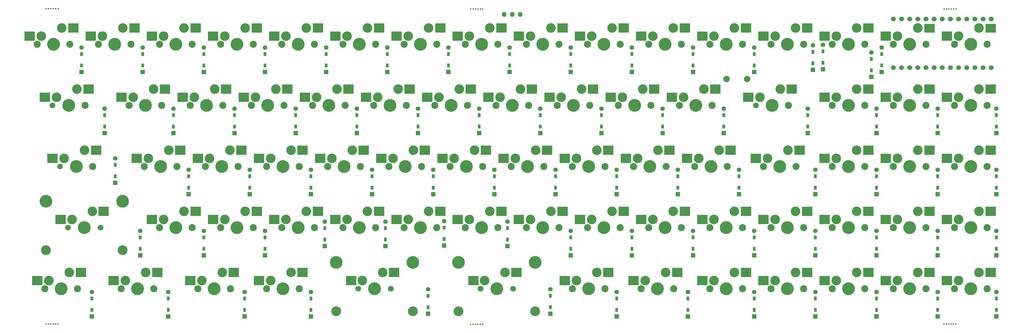
<source format=gbs>
G04 #@! TF.GenerationSoftware,KiCad,Pcbnew,(5.1.10-1-10_14)*
G04 #@! TF.CreationDate,2021-12-29T22:31:36+09:00*
G04 #@! TF.ProjectId,9674GL,39363734-474c-42e6-9b69-6361645f7063,rev?*
G04 #@! TF.SameCoordinates,Original*
G04 #@! TF.FileFunction,Soldermask,Bot*
G04 #@! TF.FilePolarity,Negative*
%FSLAX46Y46*%
G04 Gerber Fmt 4.6, Leading zero omitted, Abs format (unit mm)*
G04 Created by KiCad (PCBNEW (5.1.10-1-10_14)) date 2021-12-29 22:31:36*
%MOMM*%
%LPD*%
G01*
G04 APERTURE LIST*
%ADD10C,1.397000*%
%ADD11R,1.397000X1.397000*%
%ADD12R,0.950000X1.300000*%
%ADD13C,0.500000*%
%ADD14R,3.300000X3.000000*%
%ADD15C,2.200000*%
%ADD16C,4.000000*%
%ADD17C,3.000000*%
%ADD18C,1.800000*%
%ADD19C,3.048000*%
%ADD20C,3.987800*%
%ADD21R,3.300000X2.800000*%
%ADD22O,1.500000X1.500000*%
%ADD23C,1.524000*%
%ADD24C,2.000000*%
G04 APERTURE END LIST*
D10*
X64293750Y-105727500D03*
D11*
X64293750Y-113347500D03*
D12*
X64293750Y-111312500D03*
X64293750Y-107762500D03*
D10*
X37306250Y-29527500D03*
D11*
X37306250Y-37147500D03*
D12*
X37306250Y-35112500D03*
X37306250Y-31562500D03*
D10*
X322262500Y-105727500D03*
D11*
X322262500Y-113347500D03*
D12*
X322262500Y-111312500D03*
X322262500Y-107762500D03*
D10*
X322262500Y-86677500D03*
D11*
X322262500Y-94297500D03*
D12*
X322262500Y-92262500D03*
X322262500Y-88712500D03*
D10*
X322262500Y-67627500D03*
D11*
X322262500Y-75247500D03*
D12*
X322262500Y-73212500D03*
X322262500Y-69662500D03*
D10*
X322262500Y-48577500D03*
D11*
X322262500Y-56197500D03*
D12*
X322262500Y-54162500D03*
X322262500Y-50612500D03*
D10*
X283368750Y-31115000D03*
D11*
X283368750Y-38735000D03*
D12*
X283368750Y-36700000D03*
X283368750Y-33150000D03*
D10*
X304006250Y-105727500D03*
D11*
X304006250Y-113347500D03*
D12*
X304006250Y-111312500D03*
X304006250Y-107762500D03*
D10*
X304006250Y-86677500D03*
D11*
X304006250Y-94297500D03*
D12*
X304006250Y-92262500D03*
X304006250Y-88712500D03*
D10*
X304006250Y-67627500D03*
D11*
X304006250Y-75247500D03*
D12*
X304006250Y-73212500D03*
X304006250Y-69662500D03*
D10*
X304006250Y-48577500D03*
D11*
X304006250Y-56197500D03*
D12*
X304006250Y-54162500D03*
X304006250Y-50612500D03*
D10*
X286543750Y-29527500D03*
D11*
X286543750Y-37147500D03*
D12*
X286543750Y-35112500D03*
X286543750Y-31562500D03*
D10*
X284956250Y-105727500D03*
D11*
X284956250Y-113347500D03*
D12*
X284956250Y-111312500D03*
X284956250Y-107762500D03*
D10*
X284956250Y-86677500D03*
D11*
X284956250Y-94297500D03*
D12*
X284956250Y-92262500D03*
X284956250Y-88712500D03*
D10*
X284956250Y-67627500D03*
D11*
X284956250Y-75247500D03*
D12*
X284956250Y-73212500D03*
X284956250Y-69662500D03*
D10*
X284956250Y-48577500D03*
D11*
X284956250Y-56197500D03*
D12*
X284956250Y-54162500D03*
X284956250Y-50612500D03*
D10*
X268287500Y-28733750D03*
D11*
X268287500Y-36353750D03*
D12*
X268287500Y-34318750D03*
X268287500Y-30768750D03*
D10*
X265906250Y-105727500D03*
D11*
X265906250Y-113347500D03*
D12*
X265906250Y-111312500D03*
X265906250Y-107762500D03*
D10*
X265906250Y-86677500D03*
D11*
X265906250Y-94297500D03*
D12*
X265906250Y-92262500D03*
X265906250Y-88712500D03*
D10*
X265906250Y-67627500D03*
D11*
X265906250Y-75247500D03*
D12*
X265906250Y-73212500D03*
X265906250Y-69662500D03*
D10*
X263525000Y-48577500D03*
D11*
X263525000Y-56197500D03*
D12*
X263525000Y-54162500D03*
X263525000Y-50612500D03*
D10*
X265112500Y-28921250D03*
D11*
X265112500Y-36541250D03*
D12*
X265112500Y-34506250D03*
X265112500Y-30956250D03*
D10*
X246856250Y-105727500D03*
D11*
X246856250Y-113347500D03*
D12*
X246856250Y-111312500D03*
X246856250Y-107762500D03*
D10*
X246856250Y-86677500D03*
D11*
X246856250Y-94297500D03*
D12*
X246856250Y-92262500D03*
X246856250Y-88712500D03*
D10*
X242093750Y-67627500D03*
D11*
X242093750Y-75247500D03*
D12*
X242093750Y-73212500D03*
X242093750Y-69662500D03*
D10*
X237331250Y-48577500D03*
D11*
X237331250Y-56197500D03*
D12*
X237331250Y-54162500D03*
X237331250Y-50612500D03*
D10*
X246856250Y-29527500D03*
D11*
X246856250Y-37147500D03*
D12*
X246856250Y-35112500D03*
X246856250Y-31562500D03*
D10*
X226218750Y-105727500D03*
D11*
X226218750Y-113347500D03*
D12*
X226218750Y-111312500D03*
X226218750Y-107762500D03*
D10*
X227806250Y-86677500D03*
D11*
X227806250Y-94297500D03*
D12*
X227806250Y-92262500D03*
X227806250Y-88712500D03*
D10*
X223043750Y-67627500D03*
D11*
X223043750Y-75247500D03*
D12*
X223043750Y-73212500D03*
X223043750Y-69662500D03*
D10*
X218281250Y-48577500D03*
D11*
X218281250Y-56197500D03*
D12*
X218281250Y-54162500D03*
X218281250Y-50612500D03*
D10*
X227806250Y-29527500D03*
D11*
X227806250Y-37147500D03*
D12*
X227806250Y-35112500D03*
X227806250Y-31562500D03*
D10*
X203993750Y-105727500D03*
D11*
X203993750Y-113347500D03*
D12*
X203993750Y-111312500D03*
X203993750Y-107762500D03*
D10*
X208756250Y-86677500D03*
D11*
X208756250Y-94297500D03*
D12*
X208756250Y-92262500D03*
X208756250Y-88712500D03*
D10*
X203993750Y-67627500D03*
D11*
X203993750Y-75247500D03*
D12*
X203993750Y-73212500D03*
X203993750Y-69662500D03*
D10*
X199231250Y-48577500D03*
D11*
X199231250Y-56197500D03*
D12*
X199231250Y-54162500D03*
X199231250Y-50612500D03*
D10*
X208756250Y-29527500D03*
D11*
X208756250Y-37147500D03*
D12*
X208756250Y-35112500D03*
X208756250Y-31562500D03*
D10*
X189706250Y-86677500D03*
D11*
X189706250Y-94297500D03*
D12*
X189706250Y-92262500D03*
X189706250Y-88712500D03*
D10*
X184943750Y-67627500D03*
D11*
X184943750Y-75247500D03*
D12*
X184943750Y-73212500D03*
X184943750Y-69662500D03*
D10*
X180181250Y-48577500D03*
D11*
X180181250Y-56197500D03*
D12*
X180181250Y-54162500D03*
X180181250Y-50612500D03*
D10*
X189706250Y-29527500D03*
D11*
X189706250Y-37147500D03*
D12*
X189706250Y-35112500D03*
X189706250Y-31562500D03*
D10*
X183356250Y-104933750D03*
D11*
X183356250Y-112553750D03*
D12*
X183356250Y-110518750D03*
X183356250Y-106968750D03*
D10*
X169926000Y-83820000D03*
D11*
X169926000Y-91440000D03*
D12*
X169926000Y-89405000D03*
X169926000Y-85855000D03*
D10*
X165893750Y-67627500D03*
D11*
X165893750Y-75247500D03*
D12*
X165893750Y-73212500D03*
X165893750Y-69662500D03*
D10*
X161131250Y-48577500D03*
D11*
X161131250Y-56197500D03*
D12*
X161131250Y-54162500D03*
X161131250Y-50612500D03*
D10*
X170656250Y-29527500D03*
D11*
X170656250Y-37147500D03*
D12*
X170656250Y-35112500D03*
X170656250Y-31562500D03*
D10*
X150241000Y-83693000D03*
D11*
X150241000Y-91313000D03*
D12*
X150241000Y-89278000D03*
X150241000Y-85728000D03*
D10*
X146843750Y-67627500D03*
D11*
X146843750Y-75247500D03*
D12*
X146843750Y-73212500D03*
X146843750Y-69662500D03*
D10*
X142081250Y-48577500D03*
D11*
X142081250Y-56197500D03*
D12*
X142081250Y-54162500D03*
X142081250Y-50612500D03*
D10*
X151606250Y-29527500D03*
D11*
X151606250Y-37147500D03*
D12*
X151606250Y-35112500D03*
X151606250Y-31562500D03*
D10*
X132556250Y-29527500D03*
D11*
X132556250Y-37147500D03*
D12*
X132556250Y-35112500D03*
X132556250Y-31562500D03*
D10*
X145256250Y-104933750D03*
D11*
X145256250Y-112553750D03*
D12*
X145256250Y-110518750D03*
X145256250Y-106968750D03*
D10*
X131953000Y-83820000D03*
D11*
X131953000Y-91440000D03*
D12*
X131953000Y-89405000D03*
X131953000Y-85855000D03*
D10*
X127793750Y-67627500D03*
D11*
X127793750Y-75247500D03*
D12*
X127793750Y-73212500D03*
X127793750Y-69662500D03*
D10*
X123031250Y-48577500D03*
D11*
X123031250Y-56197500D03*
D12*
X123031250Y-54162500D03*
X123031250Y-50612500D03*
D10*
X113506250Y-29527500D03*
D11*
X113506250Y-37147500D03*
D12*
X113506250Y-35112500D03*
X113506250Y-31562500D03*
D10*
X108743750Y-105727500D03*
D11*
X108743750Y-113347500D03*
D12*
X108743750Y-111312500D03*
X108743750Y-107762500D03*
D10*
X113030000Y-83820000D03*
D11*
X113030000Y-91440000D03*
D12*
X113030000Y-89405000D03*
X113030000Y-85855000D03*
D10*
X108743750Y-67627500D03*
D11*
X108743750Y-75247500D03*
D12*
X108743750Y-73212500D03*
X108743750Y-69662500D03*
D10*
X103981250Y-48577500D03*
D11*
X103981250Y-56197500D03*
D12*
X103981250Y-54162500D03*
X103981250Y-50612500D03*
D10*
X94456250Y-29527500D03*
D11*
X94456250Y-37147500D03*
D12*
X94456250Y-35112500D03*
X94456250Y-31562500D03*
D10*
X88106250Y-105727500D03*
D11*
X88106250Y-113347500D03*
D12*
X88106250Y-111312500D03*
X88106250Y-107762500D03*
D10*
X94456250Y-86677500D03*
D11*
X94456250Y-94297500D03*
D12*
X94456250Y-92262500D03*
X94456250Y-88712500D03*
D10*
X89693750Y-67627500D03*
D11*
X89693750Y-75247500D03*
D12*
X89693750Y-73212500D03*
X89693750Y-69662500D03*
D10*
X84931250Y-48577500D03*
D11*
X84931250Y-56197500D03*
D12*
X84931250Y-54162500D03*
X84931250Y-50612500D03*
D10*
X75406250Y-29527500D03*
D11*
X75406250Y-37147500D03*
D12*
X75406250Y-35112500D03*
X75406250Y-31562500D03*
D10*
X75406250Y-86677500D03*
D11*
X75406250Y-94297500D03*
D12*
X75406250Y-92262500D03*
X75406250Y-88712500D03*
D10*
X70643750Y-67627500D03*
D11*
X70643750Y-75247500D03*
D12*
X70643750Y-73212500D03*
X70643750Y-69662500D03*
D10*
X65881250Y-48577500D03*
D11*
X65881250Y-56197500D03*
D12*
X65881250Y-54162500D03*
X65881250Y-50612500D03*
D10*
X56356250Y-29527500D03*
D11*
X56356250Y-37147500D03*
D12*
X56356250Y-35112500D03*
X56356250Y-31562500D03*
D10*
X40481250Y-105727500D03*
D11*
X40481250Y-113347500D03*
D12*
X40481250Y-111312500D03*
X40481250Y-107762500D03*
D10*
X55562500Y-86677500D03*
D11*
X55562500Y-94297500D03*
D12*
X55562500Y-92262500D03*
X55562500Y-88712500D03*
D10*
X47752000Y-64135000D03*
D11*
X47752000Y-71755000D03*
D12*
X47752000Y-69720000D03*
X47752000Y-66170000D03*
D10*
X44450000Y-48577500D03*
D11*
X44450000Y-56197500D03*
D12*
X44450000Y-54162500D03*
X44450000Y-50612500D03*
D13*
X309684500Y-115760500D03*
X305934500Y-115760500D03*
X306684500Y-115760500D03*
X308934500Y-115760500D03*
X308184500Y-115760500D03*
X307434500Y-115760500D03*
X162237500Y-115824000D03*
X158487500Y-115824000D03*
X159237500Y-115824000D03*
X161487500Y-115824000D03*
X160737500Y-115824000D03*
X159987500Y-115824000D03*
X29941600Y-115773200D03*
X26191600Y-115773200D03*
X26941600Y-115773200D03*
X29191600Y-115773200D03*
X28441600Y-115773200D03*
X27691600Y-115773200D03*
X160044000Y-17526000D03*
X160794000Y-17526000D03*
X161544000Y-17526000D03*
X159294000Y-17526000D03*
X158544000Y-17526000D03*
X162294000Y-17526000D03*
X307498000Y-17526000D03*
X308248000Y-17526000D03*
X308998000Y-17526000D03*
X306748000Y-17526000D03*
X305998000Y-17526000D03*
X309748000Y-17526000D03*
X29975500Y-17462500D03*
X26225500Y-17462500D03*
X26975500Y-17462500D03*
X29225500Y-17462500D03*
X28475500Y-17462500D03*
X27725500Y-17462500D03*
D14*
X168075000Y-80605000D03*
D15*
X156845000Y-85725000D03*
X167005000Y-85725000D03*
D16*
X161925000Y-85725000D03*
D17*
X164465000Y-80645000D03*
X158115000Y-83185000D03*
D14*
X154475000Y-83145000D03*
X60918750Y-99655000D03*
D15*
X49688750Y-104775000D03*
X59848750Y-104775000D03*
D16*
X54768750Y-104775000D03*
D17*
X57308750Y-99695000D03*
X50958750Y-102235000D03*
D14*
X47318750Y-102195000D03*
X28268750Y-64095000D03*
D17*
X31908750Y-64135000D03*
X38258750Y-61595000D03*
D16*
X35718750Y-66675000D03*
D15*
X40798750Y-66675000D03*
D18*
X30638750Y-66675000D03*
D14*
X41868750Y-61555000D03*
X301425000Y-42505000D03*
D15*
X290195000Y-47625000D03*
X300355000Y-47625000D03*
D16*
X295275000Y-47625000D03*
D17*
X297815000Y-42545000D03*
X291465000Y-45085000D03*
D14*
X287825000Y-45045000D03*
X44150000Y-80645000D03*
D17*
X34290000Y-83185000D03*
D18*
X33020000Y-85725000D03*
X43180000Y-85725000D03*
D16*
X38100000Y-85725000D03*
D17*
X40640000Y-80645000D03*
D14*
X30750000Y-83185000D03*
D19*
X50038000Y-92710000D03*
X26162000Y-92710000D03*
D20*
X26162000Y-77470000D03*
X50038000Y-77470000D03*
D14*
X172737500Y-99695000D03*
D17*
X162877500Y-102235000D03*
D18*
X161607500Y-104775000D03*
X171767500Y-104775000D03*
D16*
X166687500Y-104775000D03*
D17*
X169227500Y-99695000D03*
D14*
X159337500Y-102235000D03*
D19*
X178625500Y-111760000D03*
X154749500Y-111760000D03*
D20*
X154749500Y-96520000D03*
X178625500Y-96520000D03*
D14*
X134637500Y-99695000D03*
D17*
X124777500Y-102235000D03*
D18*
X123507500Y-104775000D03*
X133667500Y-104775000D03*
D16*
X128587500Y-104775000D03*
D17*
X131127500Y-99695000D03*
D14*
X121237500Y-102235000D03*
D19*
X140525500Y-111760000D03*
X116649500Y-111760000D03*
D20*
X116649500Y-96520000D03*
X140525500Y-96520000D03*
D14*
X287825000Y-25995000D03*
D17*
X291465000Y-26035000D03*
X297815000Y-23495000D03*
D16*
X295275000Y-28575000D03*
D15*
X300355000Y-28575000D03*
X290195000Y-28575000D03*
D21*
X301425000Y-23555000D03*
D14*
X306875000Y-25995000D03*
D17*
X310515000Y-26035000D03*
X316865000Y-23495000D03*
D16*
X314325000Y-28575000D03*
D15*
X319405000Y-28575000D03*
X309245000Y-28575000D03*
D21*
X320475000Y-23555000D03*
D22*
X173950000Y-19227000D03*
X171450000Y-19227000D03*
X168950000Y-19227000D03*
D14*
X320475000Y-80605000D03*
D15*
X309245000Y-85725000D03*
X319405000Y-85725000D03*
D16*
X314325000Y-85725000D03*
D17*
X316865000Y-80645000D03*
X310515000Y-83185000D03*
D14*
X306875000Y-83145000D03*
X282375000Y-23455000D03*
D15*
X271145000Y-28575000D03*
X281305000Y-28575000D03*
D16*
X276225000Y-28575000D03*
D17*
X278765000Y-23495000D03*
X272415000Y-26035000D03*
D14*
X268775000Y-25995000D03*
D23*
X290163250Y-20637500D03*
X290163250Y-35857500D03*
X292703250Y-35857500D03*
X295243250Y-35857500D03*
X297783250Y-35857500D03*
X300323250Y-35857500D03*
X302863250Y-35857500D03*
X305403250Y-35857500D03*
X307943250Y-35857500D03*
X310483250Y-35857500D03*
X313023250Y-35857500D03*
X315563250Y-35857500D03*
X318103250Y-35857500D03*
X320643250Y-35857500D03*
X320643250Y-20637500D03*
X318103250Y-20637500D03*
X315563250Y-20637500D03*
X313023250Y-20637500D03*
X310483250Y-20637500D03*
X307943250Y-20637500D03*
X305403250Y-20637500D03*
X302863250Y-20637500D03*
X300323250Y-20637500D03*
X297783250Y-20637500D03*
X295243250Y-20637500D03*
X292703250Y-20637500D03*
D14*
X84731250Y-99655000D03*
D15*
X73501250Y-104775000D03*
X83661250Y-104775000D03*
D16*
X78581250Y-104775000D03*
D17*
X81121250Y-99695000D03*
X74771250Y-102235000D03*
D14*
X71131250Y-102195000D03*
D24*
X244677000Y-39370000D03*
X238177000Y-39370000D03*
D14*
X320475000Y-99655000D03*
D15*
X309245000Y-104775000D03*
X319405000Y-104775000D03*
D16*
X314325000Y-104775000D03*
D17*
X316865000Y-99695000D03*
X310515000Y-102235000D03*
D14*
X306875000Y-102195000D03*
X320475000Y-61555000D03*
D15*
X309245000Y-66675000D03*
X319405000Y-66675000D03*
D16*
X314325000Y-66675000D03*
D17*
X316865000Y-61595000D03*
X310515000Y-64135000D03*
D14*
X306875000Y-64095000D03*
X320475000Y-42505000D03*
D15*
X309245000Y-47625000D03*
X319405000Y-47625000D03*
D16*
X314325000Y-47625000D03*
D17*
X316865000Y-42545000D03*
X310515000Y-45085000D03*
D14*
X306875000Y-45045000D03*
X301425000Y-99655000D03*
D15*
X290195000Y-104775000D03*
X300355000Y-104775000D03*
D16*
X295275000Y-104775000D03*
D17*
X297815000Y-99695000D03*
X291465000Y-102235000D03*
D14*
X287825000Y-102195000D03*
X301425000Y-80605000D03*
D15*
X290195000Y-85725000D03*
X300355000Y-85725000D03*
D16*
X295275000Y-85725000D03*
D17*
X297815000Y-80645000D03*
X291465000Y-83185000D03*
D14*
X287825000Y-83145000D03*
X301425000Y-61555000D03*
D15*
X290195000Y-66675000D03*
X300355000Y-66675000D03*
D16*
X295275000Y-66675000D03*
D17*
X297815000Y-61595000D03*
X291465000Y-64135000D03*
D14*
X287825000Y-64095000D03*
X282375000Y-99655000D03*
D15*
X271145000Y-104775000D03*
X281305000Y-104775000D03*
D16*
X276225000Y-104775000D03*
D17*
X278765000Y-99695000D03*
X272415000Y-102235000D03*
D14*
X268775000Y-102195000D03*
X282375000Y-80605000D03*
D15*
X271145000Y-85725000D03*
X281305000Y-85725000D03*
D16*
X276225000Y-85725000D03*
D17*
X278765000Y-80645000D03*
X272415000Y-83185000D03*
D14*
X268775000Y-83145000D03*
X282375000Y-61555000D03*
D15*
X271145000Y-66675000D03*
X281305000Y-66675000D03*
D16*
X276225000Y-66675000D03*
D17*
X278765000Y-61595000D03*
X272415000Y-64135000D03*
D14*
X268775000Y-64095000D03*
X282375000Y-42505000D03*
D15*
X271145000Y-47625000D03*
X281305000Y-47625000D03*
D16*
X276225000Y-47625000D03*
D17*
X278765000Y-42545000D03*
X272415000Y-45085000D03*
D14*
X268775000Y-45045000D03*
X263325000Y-99655000D03*
D15*
X252095000Y-104775000D03*
X262255000Y-104775000D03*
D16*
X257175000Y-104775000D03*
D17*
X259715000Y-99695000D03*
X253365000Y-102235000D03*
D14*
X249725000Y-102195000D03*
X263325000Y-80605000D03*
D15*
X252095000Y-85725000D03*
X262255000Y-85725000D03*
D16*
X257175000Y-85725000D03*
D17*
X259715000Y-80645000D03*
X253365000Y-83185000D03*
D14*
X249725000Y-83145000D03*
X260943750Y-61555000D03*
D15*
X249713750Y-66675000D03*
X259873750Y-66675000D03*
D16*
X254793750Y-66675000D03*
D17*
X257333750Y-61595000D03*
X250983750Y-64135000D03*
D14*
X247343750Y-64095000D03*
X244962500Y-45045000D03*
D17*
X248602500Y-45085000D03*
X254952500Y-42545000D03*
D16*
X252412500Y-47625000D03*
D15*
X257492500Y-47625000D03*
D18*
X247332500Y-47625000D03*
D14*
X258562500Y-42505000D03*
X263325000Y-23455000D03*
D15*
X252095000Y-28575000D03*
X262255000Y-28575000D03*
D16*
X257175000Y-28575000D03*
D17*
X259715000Y-23495000D03*
X253365000Y-26035000D03*
D14*
X249725000Y-25995000D03*
X244275000Y-99655000D03*
D15*
X233045000Y-104775000D03*
X243205000Y-104775000D03*
D16*
X238125000Y-104775000D03*
D17*
X240665000Y-99695000D03*
X234315000Y-102235000D03*
D14*
X230675000Y-102195000D03*
X244275000Y-80605000D03*
D15*
X233045000Y-85725000D03*
X243205000Y-85725000D03*
D16*
X238125000Y-85725000D03*
D17*
X240665000Y-80645000D03*
X234315000Y-83185000D03*
D14*
X230675000Y-83145000D03*
X239512500Y-61555000D03*
D15*
X228282500Y-66675000D03*
X238442500Y-66675000D03*
D16*
X233362500Y-66675000D03*
D17*
X235902500Y-61595000D03*
X229552500Y-64135000D03*
D14*
X225912500Y-64095000D03*
X234750000Y-42505000D03*
D15*
X223520000Y-47625000D03*
X233680000Y-47625000D03*
D16*
X228600000Y-47625000D03*
D17*
X231140000Y-42545000D03*
X224790000Y-45085000D03*
D14*
X221150000Y-45045000D03*
X244275000Y-23455000D03*
D15*
X233045000Y-28575000D03*
X243205000Y-28575000D03*
D16*
X238125000Y-28575000D03*
D17*
X240665000Y-23495000D03*
X234315000Y-26035000D03*
D14*
X230675000Y-25995000D03*
X222843750Y-99655000D03*
D15*
X211613750Y-104775000D03*
X221773750Y-104775000D03*
D16*
X216693750Y-104775000D03*
D17*
X219233750Y-99695000D03*
X212883750Y-102235000D03*
D14*
X209243750Y-102195000D03*
X225225000Y-80605000D03*
D15*
X213995000Y-85725000D03*
X224155000Y-85725000D03*
D16*
X219075000Y-85725000D03*
D17*
X221615000Y-80645000D03*
X215265000Y-83185000D03*
D14*
X211625000Y-83145000D03*
X220462500Y-61555000D03*
D15*
X209232500Y-66675000D03*
X219392500Y-66675000D03*
D16*
X214312500Y-66675000D03*
D17*
X216852500Y-61595000D03*
X210502500Y-64135000D03*
D14*
X206862500Y-64095000D03*
X215700000Y-42505000D03*
D15*
X204470000Y-47625000D03*
X214630000Y-47625000D03*
D16*
X209550000Y-47625000D03*
D17*
X212090000Y-42545000D03*
X205740000Y-45085000D03*
D14*
X202100000Y-45045000D03*
X225225000Y-23455000D03*
D15*
X213995000Y-28575000D03*
X224155000Y-28575000D03*
D16*
X219075000Y-28575000D03*
D17*
X221615000Y-23495000D03*
X215265000Y-26035000D03*
D14*
X211625000Y-25995000D03*
X201412500Y-99655000D03*
D15*
X190182500Y-104775000D03*
X200342500Y-104775000D03*
D16*
X195262500Y-104775000D03*
D17*
X197802500Y-99695000D03*
X191452500Y-102235000D03*
D14*
X187812500Y-102195000D03*
X206175000Y-80605000D03*
D15*
X194945000Y-85725000D03*
X205105000Y-85725000D03*
D16*
X200025000Y-85725000D03*
D17*
X202565000Y-80645000D03*
X196215000Y-83185000D03*
D14*
X192575000Y-83145000D03*
X201412500Y-61555000D03*
D15*
X190182500Y-66675000D03*
X200342500Y-66675000D03*
D16*
X195262500Y-66675000D03*
D17*
X197802500Y-61595000D03*
X191452500Y-64135000D03*
D14*
X187812500Y-64095000D03*
X196650000Y-42505000D03*
D15*
X185420000Y-47625000D03*
X195580000Y-47625000D03*
D16*
X190500000Y-47625000D03*
D17*
X193040000Y-42545000D03*
X186690000Y-45085000D03*
D14*
X183050000Y-45045000D03*
X206175000Y-23455000D03*
D15*
X194945000Y-28575000D03*
X205105000Y-28575000D03*
D16*
X200025000Y-28575000D03*
D17*
X202565000Y-23495000D03*
X196215000Y-26035000D03*
D14*
X192575000Y-25995000D03*
X187125000Y-80605000D03*
D15*
X175895000Y-85725000D03*
X186055000Y-85725000D03*
D16*
X180975000Y-85725000D03*
D17*
X183515000Y-80645000D03*
X177165000Y-83185000D03*
D14*
X173525000Y-83145000D03*
X182362500Y-61555000D03*
D15*
X171132500Y-66675000D03*
X181292500Y-66675000D03*
D16*
X176212500Y-66675000D03*
D17*
X178752500Y-61595000D03*
X172402500Y-64135000D03*
D14*
X168762500Y-64095000D03*
X177600000Y-42505000D03*
D15*
X166370000Y-47625000D03*
X176530000Y-47625000D03*
D16*
X171450000Y-47625000D03*
D17*
X173990000Y-42545000D03*
X167640000Y-45085000D03*
D14*
X164000000Y-45045000D03*
X187125000Y-23455000D03*
D15*
X175895000Y-28575000D03*
X186055000Y-28575000D03*
D16*
X180975000Y-28575000D03*
D17*
X183515000Y-23495000D03*
X177165000Y-26035000D03*
D14*
X173525000Y-25995000D03*
X163312500Y-61555000D03*
D15*
X152082500Y-66675000D03*
X162242500Y-66675000D03*
D16*
X157162500Y-66675000D03*
D17*
X159702500Y-61595000D03*
X153352500Y-64135000D03*
D14*
X149712500Y-64095000D03*
X158550000Y-42505000D03*
D15*
X147320000Y-47625000D03*
X157480000Y-47625000D03*
D16*
X152400000Y-47625000D03*
D17*
X154940000Y-42545000D03*
X148590000Y-45085000D03*
D14*
X144950000Y-45045000D03*
X168075000Y-23455000D03*
D15*
X156845000Y-28575000D03*
X167005000Y-28575000D03*
D16*
X161925000Y-28575000D03*
D17*
X164465000Y-23495000D03*
X158115000Y-26035000D03*
D14*
X154475000Y-25995000D03*
X149025000Y-80605000D03*
D15*
X137795000Y-85725000D03*
X147955000Y-85725000D03*
D16*
X142875000Y-85725000D03*
D17*
X145415000Y-80645000D03*
X139065000Y-83185000D03*
D14*
X135425000Y-83145000D03*
X144262500Y-61555000D03*
D15*
X133032500Y-66675000D03*
X143192500Y-66675000D03*
D16*
X138112500Y-66675000D03*
D17*
X140652500Y-61595000D03*
X134302500Y-64135000D03*
D14*
X130662500Y-64095000D03*
X139500000Y-42505000D03*
D15*
X128270000Y-47625000D03*
X138430000Y-47625000D03*
D16*
X133350000Y-47625000D03*
D17*
X135890000Y-42545000D03*
X129540000Y-45085000D03*
D14*
X125900000Y-45045000D03*
X149025000Y-23455000D03*
D15*
X137795000Y-28575000D03*
X147955000Y-28575000D03*
D16*
X142875000Y-28575000D03*
D17*
X145415000Y-23495000D03*
X139065000Y-26035000D03*
D14*
X135425000Y-25995000D03*
X129975000Y-23455000D03*
D15*
X118745000Y-28575000D03*
X128905000Y-28575000D03*
D16*
X123825000Y-28575000D03*
D17*
X126365000Y-23495000D03*
X120015000Y-26035000D03*
D14*
X116375000Y-25995000D03*
X129975000Y-80605000D03*
D15*
X118745000Y-85725000D03*
X128905000Y-85725000D03*
D16*
X123825000Y-85725000D03*
D17*
X126365000Y-80645000D03*
X120015000Y-83185000D03*
D14*
X116375000Y-83145000D03*
X125212500Y-61555000D03*
D15*
X113982500Y-66675000D03*
X124142500Y-66675000D03*
D16*
X119062500Y-66675000D03*
D17*
X121602500Y-61595000D03*
X115252500Y-64135000D03*
D14*
X111612500Y-64095000D03*
X120450000Y-42505000D03*
D15*
X109220000Y-47625000D03*
X119380000Y-47625000D03*
D16*
X114300000Y-47625000D03*
D17*
X116840000Y-42545000D03*
X110490000Y-45085000D03*
D14*
X106850000Y-45045000D03*
X110925000Y-23455000D03*
D15*
X99695000Y-28575000D03*
X109855000Y-28575000D03*
D16*
X104775000Y-28575000D03*
D17*
X107315000Y-23495000D03*
X100965000Y-26035000D03*
D14*
X97325000Y-25995000D03*
X106162500Y-99655000D03*
D15*
X94932500Y-104775000D03*
X105092500Y-104775000D03*
D16*
X100012500Y-104775000D03*
D17*
X102552500Y-99695000D03*
X96202500Y-102235000D03*
D14*
X92562500Y-102195000D03*
X110925000Y-80605000D03*
D15*
X99695000Y-85725000D03*
X109855000Y-85725000D03*
D16*
X104775000Y-85725000D03*
D17*
X107315000Y-80645000D03*
X100965000Y-83185000D03*
D14*
X97325000Y-83145000D03*
X106162500Y-61555000D03*
D15*
X94932500Y-66675000D03*
X105092500Y-66675000D03*
D16*
X100012500Y-66675000D03*
D17*
X102552500Y-61595000D03*
X96202500Y-64135000D03*
D14*
X92562500Y-64095000D03*
X101400000Y-42505000D03*
D15*
X90170000Y-47625000D03*
X100330000Y-47625000D03*
D16*
X95250000Y-47625000D03*
D17*
X97790000Y-42545000D03*
X91440000Y-45085000D03*
D14*
X87800000Y-45045000D03*
X91875000Y-23455000D03*
D15*
X80645000Y-28575000D03*
X90805000Y-28575000D03*
D16*
X85725000Y-28575000D03*
D17*
X88265000Y-23495000D03*
X81915000Y-26035000D03*
D14*
X78275000Y-25995000D03*
X91875000Y-80605000D03*
D15*
X80645000Y-85725000D03*
X90805000Y-85725000D03*
D16*
X85725000Y-85725000D03*
D17*
X88265000Y-80645000D03*
X81915000Y-83185000D03*
D14*
X78275000Y-83145000D03*
X87112500Y-61555000D03*
D15*
X75882500Y-66675000D03*
X86042500Y-66675000D03*
D16*
X80962500Y-66675000D03*
D17*
X83502500Y-61595000D03*
X77152500Y-64135000D03*
D14*
X73512500Y-64095000D03*
X82350000Y-42505000D03*
D15*
X71120000Y-47625000D03*
X81280000Y-47625000D03*
D16*
X76200000Y-47625000D03*
D17*
X78740000Y-42545000D03*
X72390000Y-45085000D03*
D14*
X68750000Y-45045000D03*
X72825000Y-23455000D03*
D15*
X61595000Y-28575000D03*
X71755000Y-28575000D03*
D16*
X66675000Y-28575000D03*
D17*
X69215000Y-23495000D03*
X62865000Y-26035000D03*
D14*
X59225000Y-25995000D03*
X72825000Y-80605000D03*
D15*
X61595000Y-85725000D03*
X71755000Y-85725000D03*
D16*
X66675000Y-85725000D03*
D17*
X69215000Y-80645000D03*
X62865000Y-83185000D03*
D14*
X59225000Y-83145000D03*
X68062500Y-61555000D03*
D15*
X56832500Y-66675000D03*
X66992500Y-66675000D03*
D16*
X61912500Y-66675000D03*
D17*
X64452500Y-61595000D03*
X58102500Y-64135000D03*
D14*
X54462500Y-64095000D03*
X63300000Y-42505000D03*
D15*
X52070000Y-47625000D03*
X62230000Y-47625000D03*
D16*
X57150000Y-47625000D03*
D17*
X59690000Y-42545000D03*
X53340000Y-45085000D03*
D14*
X49700000Y-45045000D03*
X53775000Y-23455000D03*
D15*
X42545000Y-28575000D03*
X52705000Y-28575000D03*
D16*
X47625000Y-28575000D03*
D17*
X50165000Y-23495000D03*
X43815000Y-26035000D03*
D14*
X40175000Y-25995000D03*
X37106250Y-99655000D03*
D15*
X25876250Y-104775000D03*
X36036250Y-104775000D03*
D16*
X30956250Y-104775000D03*
D17*
X33496250Y-99695000D03*
X27146250Y-102235000D03*
D14*
X23506250Y-102195000D03*
X25887500Y-45045000D03*
D17*
X29527500Y-45085000D03*
X35877500Y-42545000D03*
D16*
X33337500Y-47625000D03*
D15*
X38417500Y-47625000D03*
D18*
X28257500Y-47625000D03*
D14*
X39487500Y-42505000D03*
X34725000Y-23455000D03*
D15*
X23495000Y-28575000D03*
X33655000Y-28575000D03*
D16*
X28575000Y-28575000D03*
D17*
X31115000Y-23495000D03*
X24765000Y-26035000D03*
D14*
X21125000Y-25995000D03*
M02*

</source>
